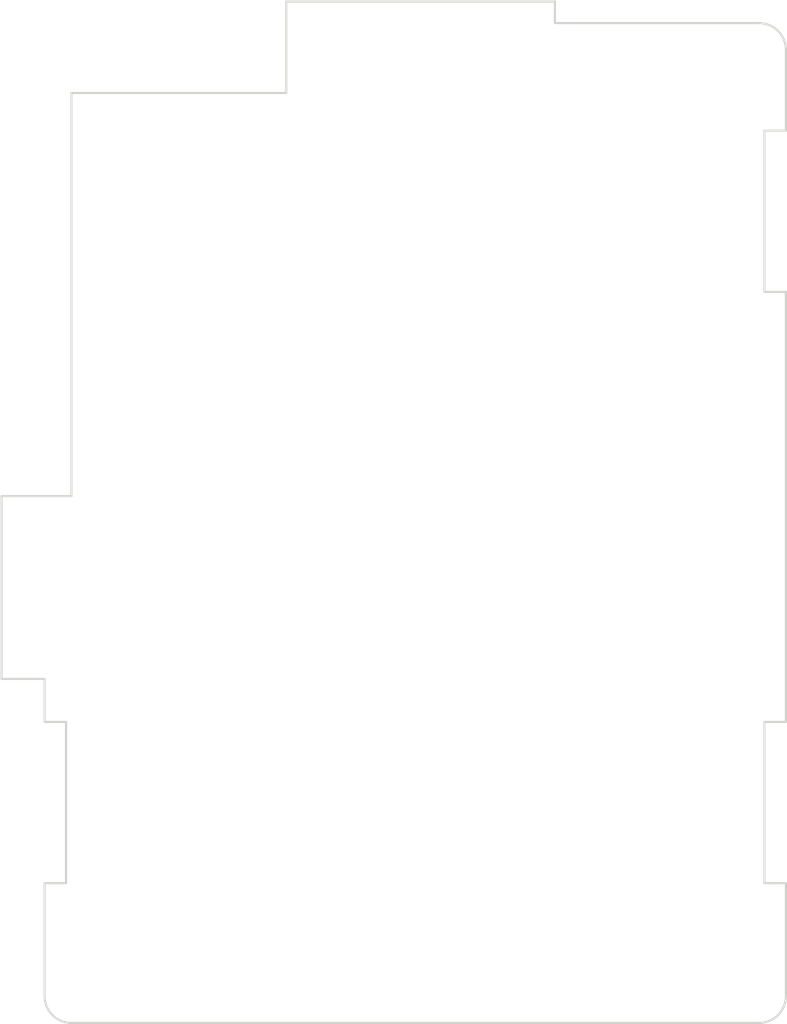
<source format=kicad_pcb>
(kicad_pcb (version 20221018) (generator pcbnew)
  (layers (0 "F.Cu" signal) (31 "B.Cu" signal) (34 "B.Paste" user) (35 "F.Paste" user) (36 "B.SilkS" user "B.Silkscreen") (37 "F.SilkS" user "F.Silkscreen") (38 "B.Mask" user) (39 "F.Mask" user) (44 "Edge.Cuts" user))
  (net 0 "")
  (footprint "MountingHole:MountingHole_2.5mm" (layer "F.Cu") (at 107.442 121.412)
    (fp_text reference "REF**" hide)
    (fp_text value "MountingHole_2.5mm" hide)
    (pad "" np_thru_hole circle (at 0 0) (size 2.5 2.5) (drill 2.5) (layers "F&B.Cu" "*.Mask"))
  )
  (footprint "Junk:MountingHole_1.3mm" (layer "F.Cu") (at 107.442 117.856)
    (fp_text reference "REF**" hide)
    (fp_text value "MountingHole_1.3mm" hide)
    (pad "" np_thru_hole circle (at 0 0) (size 1.3 1.3) (drill 1.3) (layers "F&B.Cu" "*.Mask"))
  )
  (footprint "Junk:MountingHole_1.3mm" (layer "F.Cu") (at 131.318 80.264)
    (fp_text reference "REF**" hide)
    (fp_text value "MountingHole_1.3mm" hide)
    (pad "" np_thru_hole circle (at 0 0) (size 1.3 1.3) (drill 1.3) (layers "F&B.Cu" "*.Mask"))
  )
  (footprint "MountingHole:MountingHole_2.5mm" (layer "F.Cu") (at 135.128 80.264)
    (fp_text reference "REF**" hide)
    (fp_text value "MountingHole_2.5mm" hide)
    (pad "" np_thru_hole circle (at 0 0) (size 2.5 2.5) (drill 2.5) (layers "*.Cu" "*.Mask"))
  )
  (gr_line (start 127.762 76.2) (end 115.062 76.2) (stroke (width 0.1)) (layer "Edge.Cuts"))
  (gr_line (start 101.6 99.568) (end 104.902 99.568) (stroke (width 0.1)) (layer "Edge.Cuts"))
  (gr_arc (start 137.414 77.216001) (mid 138.312026 77.587975) (end 138.684 78.486001) (stroke (width 0.1)) (layer "Edge.Cuts"))
  (gr_line (start 115.062 80.518) (end 104.902 80.518) (stroke (width 0.1)) (layer "Edge.Cuts"))
  (gr_line (start 103.632 123.19) (end 103.632 117.856) (stroke (width 0.1)) (layer "Edge.Cuts"))
  (gr_line (start 137.414 124.46) (end 104.902 124.46) (stroke (width 0.1)) (layer "Edge.Cuts"))
  (gr_line (start 137.414 77.216001) (end 127.762 77.216) (stroke (width 0.1)) (layer "Edge.Cuts"))
  (gr_line (start 138.684 82.296) (end 138.684 78.486001) (stroke (width 0.1)) (layer "Edge.Cuts"))
  (gr_line (start 127.762 77.216) (end 127.762 76.2) (stroke (width 0.1)) (layer "Edge.Cuts"))
  (gr_line (start 137.668 117.856) (end 137.668 110.236) (stroke (width 0.1)) (layer "Edge.Cuts"))
  (gr_line (start 103.632 117.856) (end 104.648 117.856) (stroke (width 0.1)) (layer "Edge.Cuts"))
  (gr_line (start 138.684 89.916) (end 137.668 89.916) (stroke (width 0.1)) (layer "Edge.Cuts"))
  (gr_arc (start 138.684 123.19) (mid 138.312026 124.088025) (end 137.414 124.46) (stroke (width 0.1)) (layer "Edge.Cuts"))
  (gr_line (start 104.648 110.236) (end 103.632 110.236) (stroke (width 0.1)) (layer "Edge.Cuts"))
  (gr_line (start 137.668 110.236) (end 138.684 110.236) (stroke (width 0.1)) (layer "Edge.Cuts"))
  (gr_line (start 103.632 110.236) (end 103.632 108.204) (stroke (width 0.1)) (layer "Edge.Cuts"))
  (gr_line (start 138.684 123.19) (end 138.684 117.856) (stroke (width 0.1)) (layer "Edge.Cuts"))
  (gr_line (start 115.062 76.2) (end 115.062 80.518) (stroke (width 0.1)) (layer "Edge.Cuts"))
  (gr_line (start 104.902 80.518) (end 104.902 99.568) (stroke (width 0.1)) (layer "Edge.Cuts"))
  (gr_line (start 104.648 117.856) (end 104.648 110.236) (stroke (width 0.1)) (layer "Edge.Cuts"))
  (gr_line (start 101.6 108.204) (end 101.6 99.568) (stroke (width 0.1)) (layer "Edge.Cuts"))
  (gr_line (start 138.684 117.856) (end 137.668 117.856) (stroke (width 0.1)) (layer "Edge.Cuts"))
  (gr_line (start 137.668 82.296) (end 138.684 82.296) (stroke (width 0.1)) (layer "Edge.Cuts"))
  (gr_line (start 138.684 110.236) (end 138.684 89.916) (stroke (width 0.1)) (layer "Edge.Cuts"))
  (gr_arc (start 104.902 124.46) (mid 104.003974 124.088026) (end 103.632 123.19) (stroke (width 0.1)) (layer "Edge.Cuts"))
  (gr_line (start 137.668 89.916) (end 137.668 82.296) (stroke (width 0.1)) (layer "Edge.Cuts"))
  (gr_line (start 103.632 108.204) (end 101.6 108.204) (stroke (width 0.1)) (layer "Edge.Cuts"))
)
</source>
